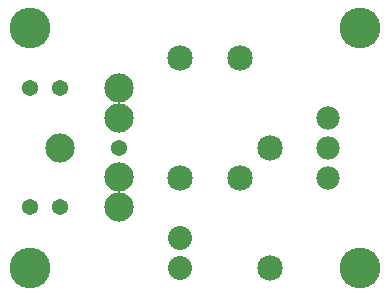
<source format=gbs>
G04 MADE WITH FRITZING*
G04 WWW.FRITZING.ORG*
G04 DOUBLE SIDED*
G04 HOLES PLATED*
G04 CONTOUR ON CENTER OF CONTOUR VECTOR*
%ASAXBY*%
%FSLAX23Y23*%
%MOIN*%
%OFA0B0*%
%SFA1.0B1.0*%
%ADD10C,0.135984*%
%ADD11C,0.097695*%
%ADD12C,0.097722*%
%ADD13C,0.054000*%
%ADD14C,0.080000*%
%ADD15C,0.085000*%
%ADD16C,0.077559*%
%LNMASK0*%
G90*
G70*
G54D10*
X1205Y93D03*
X1205Y893D03*
X105Y893D03*
X105Y93D03*
G54D11*
X205Y493D03*
G54D12*
X402Y690D03*
X402Y591D03*
G54D11*
X402Y394D03*
G54D12*
X402Y296D03*
G54D13*
X106Y690D03*
X106Y296D03*
X205Y296D03*
X402Y493D03*
X205Y690D03*
G54D14*
X605Y93D03*
X605Y193D03*
G54D15*
X605Y793D03*
X605Y393D03*
X805Y793D03*
X805Y393D03*
X905Y93D03*
X905Y493D03*
G54D16*
X1100Y393D03*
X1100Y493D03*
X1100Y593D03*
G04 End of Mask0*
M02*
</source>
